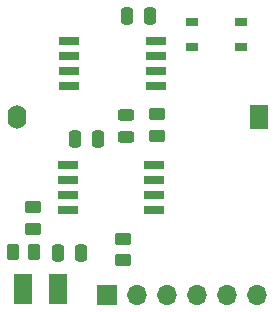
<source format=gbr>
%TF.GenerationSoftware,KiCad,Pcbnew,8.0.6*%
%TF.CreationDate,2024-10-19T09:18:50-03:00*%
%TF.ProjectId,keychain-uv-index,6b657963-6861-4696-9e2d-75762d696e64,rev?*%
%TF.SameCoordinates,Original*%
%TF.FileFunction,Soldermask,Top*%
%TF.FilePolarity,Negative*%
%FSLAX46Y46*%
G04 Gerber Fmt 4.6, Leading zero omitted, Abs format (unit mm)*
G04 Created by KiCad (PCBNEW 8.0.6) date 2024-10-19 09:18:50*
%MOMM*%
%LPD*%
G01*
G04 APERTURE LIST*
G04 Aperture macros list*
%AMRoundRect*
0 Rectangle with rounded corners*
0 $1 Rounding radius*
0 $2 $3 $4 $5 $6 $7 $8 $9 X,Y pos of 4 corners*
0 Add a 4 corners polygon primitive as box body*
4,1,4,$2,$3,$4,$5,$6,$7,$8,$9,$2,$3,0*
0 Add four circle primitives for the rounded corners*
1,1,$1+$1,$2,$3*
1,1,$1+$1,$4,$5*
1,1,$1+$1,$6,$7*
1,1,$1+$1,$8,$9*
0 Add four rect primitives between the rounded corners*
20,1,$1+$1,$2,$3,$4,$5,0*
20,1,$1+$1,$4,$5,$6,$7,0*
20,1,$1+$1,$6,$7,$8,$9,0*
20,1,$1+$1,$8,$9,$2,$3,0*%
G04 Aperture macros list end*
%ADD10RoundRect,0.250000X0.250000X0.475000X-0.250000X0.475000X-0.250000X-0.475000X0.250000X-0.475000X0*%
%ADD11R,1.700000X0.650000*%
%ADD12RoundRect,0.250000X0.450000X-0.262500X0.450000X0.262500X-0.450000X0.262500X-0.450000X-0.262500X0*%
%ADD13R,1.700000X1.700000*%
%ADD14O,1.700000X1.700000*%
%ADD15R,1.050000X0.650000*%
%ADD16RoundRect,0.250000X-0.250000X-0.475000X0.250000X-0.475000X0.250000X0.475000X-0.250000X0.475000X0*%
%ADD17RoundRect,0.250000X0.262500X0.450000X-0.262500X0.450000X-0.262500X-0.450000X0.262500X-0.450000X0*%
%ADD18R,1.500000X2.600000*%
%ADD19RoundRect,0.250000X-0.450000X0.262500X-0.450000X-0.262500X0.450000X-0.262500X0.450000X0.262500X0*%
%ADD20R,1.600000X2.000000*%
%ADD21O,1.600000X2.000000*%
%ADD22RoundRect,0.243750X-0.456250X0.243750X-0.456250X-0.243750X0.456250X-0.243750X0.456250X0.243750X0*%
G04 APERTURE END LIST*
D10*
%TO.C,C1*%
X74150000Y-46200000D03*
X76050000Y-46200000D03*
%TD*%
D11*
%TO.C,U2*%
X69150000Y-58860000D03*
X69150000Y-60130000D03*
X69150000Y-61400000D03*
X69150000Y-62670000D03*
X76450000Y-62670000D03*
X76450000Y-61400000D03*
X76450000Y-60130000D03*
X76450000Y-58860000D03*
%TD*%
D12*
%TO.C,R4*%
X66150000Y-64212500D03*
X66150000Y-62387500D03*
%TD*%
%TO.C,R2*%
X76650000Y-56375000D03*
X76650000Y-54550000D03*
%TD*%
D13*
%TO.C,J1*%
X72450000Y-69800000D03*
D14*
X74990000Y-69800000D03*
X77530000Y-69800000D03*
X80070000Y-69800000D03*
X82610000Y-69800000D03*
X85150000Y-69800000D03*
%TD*%
D15*
%TO.C,SW1*%
X79625000Y-46725000D03*
X83775000Y-46725000D03*
X79625000Y-48875000D03*
X83775000Y-48875000D03*
%TD*%
D11*
%TO.C,U1*%
X76550000Y-48295000D03*
X76550000Y-49565000D03*
X76550000Y-50835000D03*
X76550000Y-52105000D03*
X69250000Y-52105000D03*
X69250000Y-50835000D03*
X69250000Y-49565000D03*
X69250000Y-48295000D03*
%TD*%
D10*
%TO.C,C2*%
X70200000Y-66250000D03*
X68300000Y-66250000D03*
%TD*%
D16*
%TO.C,C3*%
X69750000Y-56600000D03*
X71650000Y-56600000D03*
%TD*%
D17*
%TO.C,R1*%
X66262500Y-66200000D03*
X64437500Y-66200000D03*
%TD*%
D18*
%TO.C,D2*%
X68275000Y-69300000D03*
X65275000Y-69300000D03*
%TD*%
D19*
%TO.C,R3*%
X73750000Y-65087500D03*
X73750000Y-66912500D03*
%TD*%
D20*
%TO.C,BT1*%
X85300000Y-54800000D03*
D21*
X64800000Y-54800000D03*
%TD*%
D22*
%TO.C,D1*%
X74050000Y-54562500D03*
X74050000Y-56437500D03*
%TD*%
M02*

</source>
